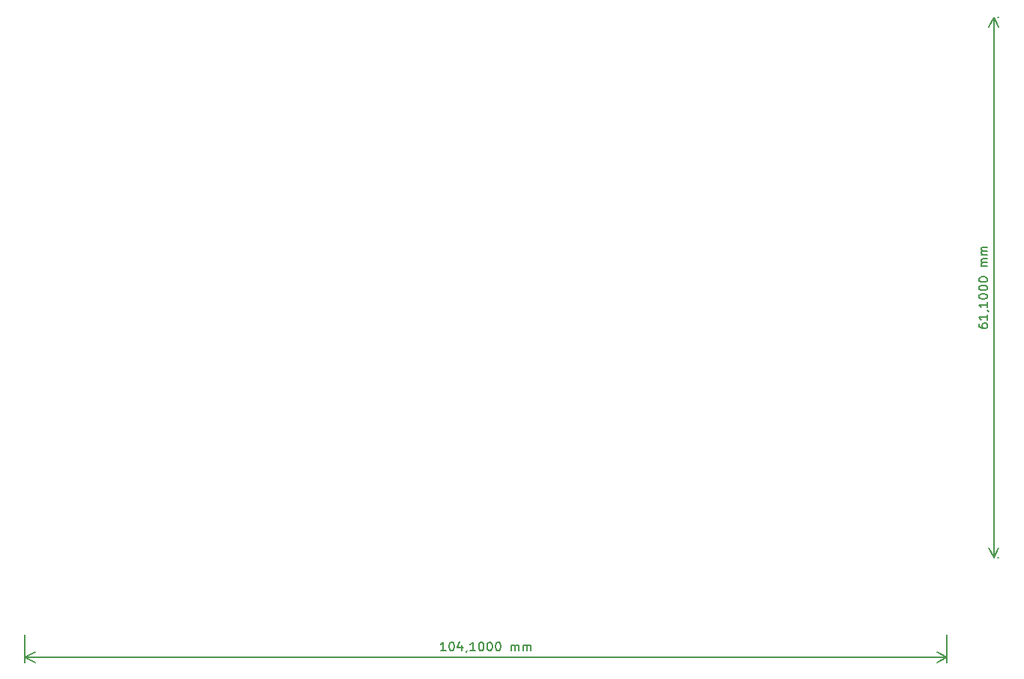
<source format=gbr>
%TF.GenerationSoftware,KiCad,Pcbnew,7.0.9*%
%TF.CreationDate,2024-06-30T11:53:46+02:00*%
%TF.ProjectId,Kicad_Projet_Trains_Sons,4b696361-645f-4507-926f-6a65745f5472,V2*%
%TF.SameCoordinates,Original*%
%TF.FileFunction,Other,User*%
%FSLAX46Y46*%
G04 Gerber Fmt 4.6, Leading zero omitted, Abs format (unit mm)*
G04 Created by KiCad (PCBNEW 7.0.9) date 2024-06-30 11:53:46*
%MOMM*%
%LPD*%
G01*
G04 APERTURE LIST*
%ADD10C,0.150000*%
G04 APERTURE END LIST*
D10*
X167904819Y-72092856D02*
X167904819Y-72283332D01*
X167904819Y-72283332D02*
X167952438Y-72378570D01*
X167952438Y-72378570D02*
X168000057Y-72426189D01*
X168000057Y-72426189D02*
X168142914Y-72521427D01*
X168142914Y-72521427D02*
X168333390Y-72569046D01*
X168333390Y-72569046D02*
X168714342Y-72569046D01*
X168714342Y-72569046D02*
X168809580Y-72521427D01*
X168809580Y-72521427D02*
X168857200Y-72473808D01*
X168857200Y-72473808D02*
X168904819Y-72378570D01*
X168904819Y-72378570D02*
X168904819Y-72188094D01*
X168904819Y-72188094D02*
X168857200Y-72092856D01*
X168857200Y-72092856D02*
X168809580Y-72045237D01*
X168809580Y-72045237D02*
X168714342Y-71997618D01*
X168714342Y-71997618D02*
X168476247Y-71997618D01*
X168476247Y-71997618D02*
X168381009Y-72045237D01*
X168381009Y-72045237D02*
X168333390Y-72092856D01*
X168333390Y-72092856D02*
X168285771Y-72188094D01*
X168285771Y-72188094D02*
X168285771Y-72378570D01*
X168285771Y-72378570D02*
X168333390Y-72473808D01*
X168333390Y-72473808D02*
X168381009Y-72521427D01*
X168381009Y-72521427D02*
X168476247Y-72569046D01*
X168904819Y-71045237D02*
X168904819Y-71616665D01*
X168904819Y-71330951D02*
X167904819Y-71330951D01*
X167904819Y-71330951D02*
X168047676Y-71426189D01*
X168047676Y-71426189D02*
X168142914Y-71521427D01*
X168142914Y-71521427D02*
X168190533Y-71616665D01*
X168857200Y-70569046D02*
X168904819Y-70569046D01*
X168904819Y-70569046D02*
X169000057Y-70616665D01*
X169000057Y-70616665D02*
X169047676Y-70664284D01*
X168904819Y-69616666D02*
X168904819Y-70188094D01*
X168904819Y-69902380D02*
X167904819Y-69902380D01*
X167904819Y-69902380D02*
X168047676Y-69997618D01*
X168047676Y-69997618D02*
X168142914Y-70092856D01*
X168142914Y-70092856D02*
X168190533Y-70188094D01*
X167904819Y-68997618D02*
X167904819Y-68902380D01*
X167904819Y-68902380D02*
X167952438Y-68807142D01*
X167952438Y-68807142D02*
X168000057Y-68759523D01*
X168000057Y-68759523D02*
X168095295Y-68711904D01*
X168095295Y-68711904D02*
X168285771Y-68664285D01*
X168285771Y-68664285D02*
X168523866Y-68664285D01*
X168523866Y-68664285D02*
X168714342Y-68711904D01*
X168714342Y-68711904D02*
X168809580Y-68759523D01*
X168809580Y-68759523D02*
X168857200Y-68807142D01*
X168857200Y-68807142D02*
X168904819Y-68902380D01*
X168904819Y-68902380D02*
X168904819Y-68997618D01*
X168904819Y-68997618D02*
X168857200Y-69092856D01*
X168857200Y-69092856D02*
X168809580Y-69140475D01*
X168809580Y-69140475D02*
X168714342Y-69188094D01*
X168714342Y-69188094D02*
X168523866Y-69235713D01*
X168523866Y-69235713D02*
X168285771Y-69235713D01*
X168285771Y-69235713D02*
X168095295Y-69188094D01*
X168095295Y-69188094D02*
X168000057Y-69140475D01*
X168000057Y-69140475D02*
X167952438Y-69092856D01*
X167952438Y-69092856D02*
X167904819Y-68997618D01*
X167904819Y-68045237D02*
X167904819Y-67949999D01*
X167904819Y-67949999D02*
X167952438Y-67854761D01*
X167952438Y-67854761D02*
X168000057Y-67807142D01*
X168000057Y-67807142D02*
X168095295Y-67759523D01*
X168095295Y-67759523D02*
X168285771Y-67711904D01*
X168285771Y-67711904D02*
X168523866Y-67711904D01*
X168523866Y-67711904D02*
X168714342Y-67759523D01*
X168714342Y-67759523D02*
X168809580Y-67807142D01*
X168809580Y-67807142D02*
X168857200Y-67854761D01*
X168857200Y-67854761D02*
X168904819Y-67949999D01*
X168904819Y-67949999D02*
X168904819Y-68045237D01*
X168904819Y-68045237D02*
X168857200Y-68140475D01*
X168857200Y-68140475D02*
X168809580Y-68188094D01*
X168809580Y-68188094D02*
X168714342Y-68235713D01*
X168714342Y-68235713D02*
X168523866Y-68283332D01*
X168523866Y-68283332D02*
X168285771Y-68283332D01*
X168285771Y-68283332D02*
X168095295Y-68235713D01*
X168095295Y-68235713D02*
X168000057Y-68188094D01*
X168000057Y-68188094D02*
X167952438Y-68140475D01*
X167952438Y-68140475D02*
X167904819Y-68045237D01*
X167904819Y-67092856D02*
X167904819Y-66997618D01*
X167904819Y-66997618D02*
X167952438Y-66902380D01*
X167952438Y-66902380D02*
X168000057Y-66854761D01*
X168000057Y-66854761D02*
X168095295Y-66807142D01*
X168095295Y-66807142D02*
X168285771Y-66759523D01*
X168285771Y-66759523D02*
X168523866Y-66759523D01*
X168523866Y-66759523D02*
X168714342Y-66807142D01*
X168714342Y-66807142D02*
X168809580Y-66854761D01*
X168809580Y-66854761D02*
X168857200Y-66902380D01*
X168857200Y-66902380D02*
X168904819Y-66997618D01*
X168904819Y-66997618D02*
X168904819Y-67092856D01*
X168904819Y-67092856D02*
X168857200Y-67188094D01*
X168857200Y-67188094D02*
X168809580Y-67235713D01*
X168809580Y-67235713D02*
X168714342Y-67283332D01*
X168714342Y-67283332D02*
X168523866Y-67330951D01*
X168523866Y-67330951D02*
X168285771Y-67330951D01*
X168285771Y-67330951D02*
X168095295Y-67283332D01*
X168095295Y-67283332D02*
X168000057Y-67235713D01*
X168000057Y-67235713D02*
X167952438Y-67188094D01*
X167952438Y-67188094D02*
X167904819Y-67092856D01*
X168904819Y-65569046D02*
X168238152Y-65569046D01*
X168333390Y-65569046D02*
X168285771Y-65521427D01*
X168285771Y-65521427D02*
X168238152Y-65426189D01*
X168238152Y-65426189D02*
X168238152Y-65283332D01*
X168238152Y-65283332D02*
X168285771Y-65188094D01*
X168285771Y-65188094D02*
X168381009Y-65140475D01*
X168381009Y-65140475D02*
X168904819Y-65140475D01*
X168381009Y-65140475D02*
X168285771Y-65092856D01*
X168285771Y-65092856D02*
X168238152Y-64997618D01*
X168238152Y-64997618D02*
X168238152Y-64854761D01*
X168238152Y-64854761D02*
X168285771Y-64759522D01*
X168285771Y-64759522D02*
X168381009Y-64711903D01*
X168381009Y-64711903D02*
X168904819Y-64711903D01*
X168904819Y-64235713D02*
X168238152Y-64235713D01*
X168333390Y-64235713D02*
X168285771Y-64188094D01*
X168285771Y-64188094D02*
X168238152Y-64092856D01*
X168238152Y-64092856D02*
X168238152Y-63949999D01*
X168238152Y-63949999D02*
X168285771Y-63854761D01*
X168285771Y-63854761D02*
X168381009Y-63807142D01*
X168381009Y-63807142D02*
X168904819Y-63807142D01*
X168381009Y-63807142D02*
X168285771Y-63759523D01*
X168285771Y-63759523D02*
X168238152Y-63664285D01*
X168238152Y-63664285D02*
X168238152Y-63521428D01*
X168238152Y-63521428D02*
X168285771Y-63426189D01*
X168285771Y-63426189D02*
X168381009Y-63378570D01*
X168381009Y-63378570D02*
X168904819Y-63378570D01*
X170100000Y-37400000D02*
X170186420Y-37400000D01*
X170100000Y-98500000D02*
X170186420Y-98500000D01*
X169600000Y-37400000D02*
X169600000Y-98500000D01*
X169600000Y-37400000D02*
X169600000Y-98500000D01*
X169600000Y-37400000D02*
X170186421Y-38526504D01*
X169600000Y-37400000D02*
X169013579Y-38526504D01*
X169600000Y-98500000D02*
X169013579Y-97373496D01*
X169600000Y-98500000D02*
X170186421Y-97373496D01*
X107726190Y-109004819D02*
X107154762Y-109004819D01*
X107440476Y-109004819D02*
X107440476Y-108004819D01*
X107440476Y-108004819D02*
X107345238Y-108147676D01*
X107345238Y-108147676D02*
X107250000Y-108242914D01*
X107250000Y-108242914D02*
X107154762Y-108290533D01*
X108345238Y-108004819D02*
X108440476Y-108004819D01*
X108440476Y-108004819D02*
X108535714Y-108052438D01*
X108535714Y-108052438D02*
X108583333Y-108100057D01*
X108583333Y-108100057D02*
X108630952Y-108195295D01*
X108630952Y-108195295D02*
X108678571Y-108385771D01*
X108678571Y-108385771D02*
X108678571Y-108623866D01*
X108678571Y-108623866D02*
X108630952Y-108814342D01*
X108630952Y-108814342D02*
X108583333Y-108909580D01*
X108583333Y-108909580D02*
X108535714Y-108957200D01*
X108535714Y-108957200D02*
X108440476Y-109004819D01*
X108440476Y-109004819D02*
X108345238Y-109004819D01*
X108345238Y-109004819D02*
X108250000Y-108957200D01*
X108250000Y-108957200D02*
X108202381Y-108909580D01*
X108202381Y-108909580D02*
X108154762Y-108814342D01*
X108154762Y-108814342D02*
X108107143Y-108623866D01*
X108107143Y-108623866D02*
X108107143Y-108385771D01*
X108107143Y-108385771D02*
X108154762Y-108195295D01*
X108154762Y-108195295D02*
X108202381Y-108100057D01*
X108202381Y-108100057D02*
X108250000Y-108052438D01*
X108250000Y-108052438D02*
X108345238Y-108004819D01*
X109535714Y-108338152D02*
X109535714Y-109004819D01*
X109297619Y-107957200D02*
X109059524Y-108671485D01*
X109059524Y-108671485D02*
X109678571Y-108671485D01*
X110107143Y-108957200D02*
X110107143Y-109004819D01*
X110107143Y-109004819D02*
X110059524Y-109100057D01*
X110059524Y-109100057D02*
X110011905Y-109147676D01*
X111059523Y-109004819D02*
X110488095Y-109004819D01*
X110773809Y-109004819D02*
X110773809Y-108004819D01*
X110773809Y-108004819D02*
X110678571Y-108147676D01*
X110678571Y-108147676D02*
X110583333Y-108242914D01*
X110583333Y-108242914D02*
X110488095Y-108290533D01*
X111678571Y-108004819D02*
X111773809Y-108004819D01*
X111773809Y-108004819D02*
X111869047Y-108052438D01*
X111869047Y-108052438D02*
X111916666Y-108100057D01*
X111916666Y-108100057D02*
X111964285Y-108195295D01*
X111964285Y-108195295D02*
X112011904Y-108385771D01*
X112011904Y-108385771D02*
X112011904Y-108623866D01*
X112011904Y-108623866D02*
X111964285Y-108814342D01*
X111964285Y-108814342D02*
X111916666Y-108909580D01*
X111916666Y-108909580D02*
X111869047Y-108957200D01*
X111869047Y-108957200D02*
X111773809Y-109004819D01*
X111773809Y-109004819D02*
X111678571Y-109004819D01*
X111678571Y-109004819D02*
X111583333Y-108957200D01*
X111583333Y-108957200D02*
X111535714Y-108909580D01*
X111535714Y-108909580D02*
X111488095Y-108814342D01*
X111488095Y-108814342D02*
X111440476Y-108623866D01*
X111440476Y-108623866D02*
X111440476Y-108385771D01*
X111440476Y-108385771D02*
X111488095Y-108195295D01*
X111488095Y-108195295D02*
X111535714Y-108100057D01*
X111535714Y-108100057D02*
X111583333Y-108052438D01*
X111583333Y-108052438D02*
X111678571Y-108004819D01*
X112630952Y-108004819D02*
X112726190Y-108004819D01*
X112726190Y-108004819D02*
X112821428Y-108052438D01*
X112821428Y-108052438D02*
X112869047Y-108100057D01*
X112869047Y-108100057D02*
X112916666Y-108195295D01*
X112916666Y-108195295D02*
X112964285Y-108385771D01*
X112964285Y-108385771D02*
X112964285Y-108623866D01*
X112964285Y-108623866D02*
X112916666Y-108814342D01*
X112916666Y-108814342D02*
X112869047Y-108909580D01*
X112869047Y-108909580D02*
X112821428Y-108957200D01*
X112821428Y-108957200D02*
X112726190Y-109004819D01*
X112726190Y-109004819D02*
X112630952Y-109004819D01*
X112630952Y-109004819D02*
X112535714Y-108957200D01*
X112535714Y-108957200D02*
X112488095Y-108909580D01*
X112488095Y-108909580D02*
X112440476Y-108814342D01*
X112440476Y-108814342D02*
X112392857Y-108623866D01*
X112392857Y-108623866D02*
X112392857Y-108385771D01*
X112392857Y-108385771D02*
X112440476Y-108195295D01*
X112440476Y-108195295D02*
X112488095Y-108100057D01*
X112488095Y-108100057D02*
X112535714Y-108052438D01*
X112535714Y-108052438D02*
X112630952Y-108004819D01*
X113583333Y-108004819D02*
X113678571Y-108004819D01*
X113678571Y-108004819D02*
X113773809Y-108052438D01*
X113773809Y-108052438D02*
X113821428Y-108100057D01*
X113821428Y-108100057D02*
X113869047Y-108195295D01*
X113869047Y-108195295D02*
X113916666Y-108385771D01*
X113916666Y-108385771D02*
X113916666Y-108623866D01*
X113916666Y-108623866D02*
X113869047Y-108814342D01*
X113869047Y-108814342D02*
X113821428Y-108909580D01*
X113821428Y-108909580D02*
X113773809Y-108957200D01*
X113773809Y-108957200D02*
X113678571Y-109004819D01*
X113678571Y-109004819D02*
X113583333Y-109004819D01*
X113583333Y-109004819D02*
X113488095Y-108957200D01*
X113488095Y-108957200D02*
X113440476Y-108909580D01*
X113440476Y-108909580D02*
X113392857Y-108814342D01*
X113392857Y-108814342D02*
X113345238Y-108623866D01*
X113345238Y-108623866D02*
X113345238Y-108385771D01*
X113345238Y-108385771D02*
X113392857Y-108195295D01*
X113392857Y-108195295D02*
X113440476Y-108100057D01*
X113440476Y-108100057D02*
X113488095Y-108052438D01*
X113488095Y-108052438D02*
X113583333Y-108004819D01*
X115107143Y-109004819D02*
X115107143Y-108338152D01*
X115107143Y-108433390D02*
X115154762Y-108385771D01*
X115154762Y-108385771D02*
X115250000Y-108338152D01*
X115250000Y-108338152D02*
X115392857Y-108338152D01*
X115392857Y-108338152D02*
X115488095Y-108385771D01*
X115488095Y-108385771D02*
X115535714Y-108481009D01*
X115535714Y-108481009D02*
X115535714Y-109004819D01*
X115535714Y-108481009D02*
X115583333Y-108385771D01*
X115583333Y-108385771D02*
X115678571Y-108338152D01*
X115678571Y-108338152D02*
X115821428Y-108338152D01*
X115821428Y-108338152D02*
X115916667Y-108385771D01*
X115916667Y-108385771D02*
X115964286Y-108481009D01*
X115964286Y-108481009D02*
X115964286Y-109004819D01*
X116440476Y-109004819D02*
X116440476Y-108338152D01*
X116440476Y-108433390D02*
X116488095Y-108385771D01*
X116488095Y-108385771D02*
X116583333Y-108338152D01*
X116583333Y-108338152D02*
X116726190Y-108338152D01*
X116726190Y-108338152D02*
X116821428Y-108385771D01*
X116821428Y-108385771D02*
X116869047Y-108481009D01*
X116869047Y-108481009D02*
X116869047Y-109004819D01*
X116869047Y-108481009D02*
X116916666Y-108385771D01*
X116916666Y-108385771D02*
X117011904Y-108338152D01*
X117011904Y-108338152D02*
X117154761Y-108338152D01*
X117154761Y-108338152D02*
X117250000Y-108385771D01*
X117250000Y-108385771D02*
X117297619Y-108481009D01*
X117297619Y-108481009D02*
X117297619Y-109004819D01*
X60200000Y-107200000D02*
X60200000Y-110286420D01*
X164300000Y-107200000D02*
X164300000Y-110286420D01*
X60200000Y-109700000D02*
X164300000Y-109700000D01*
X60200000Y-109700000D02*
X164300000Y-109700000D01*
X60200000Y-109700000D02*
X61326504Y-109113579D01*
X60200000Y-109700000D02*
X61326504Y-110286421D01*
X164300000Y-109700000D02*
X163173496Y-110286421D01*
X164300000Y-109700000D02*
X163173496Y-109113579D01*
M02*

</source>
